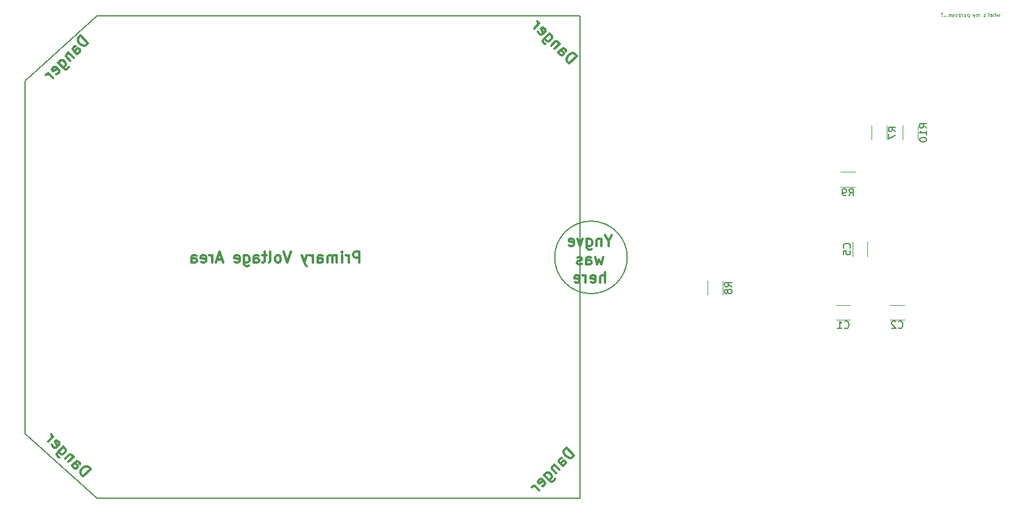
<source format=gbo>
G04 #@! TF.FileFunction,Legend,Bot*
%FSLAX46Y46*%
G04 Gerber Fmt 4.6, Leading zero omitted, Abs format (unit mm)*
G04 Created by KiCad (PCBNEW 4.0.6) date 2017 August 08, Tuesday 08:31:32*
%MOMM*%
%LPD*%
G01*
G04 APERTURE LIST*
%ADD10C,0.100000*%
%ADD11C,0.200000*%
%ADD12C,0.300000*%
%ADD13C,0.120000*%
%ADD14C,0.150000*%
G04 APERTURE END LIST*
D10*
X225242722Y-66669457D02*
X225147484Y-67002790D01*
X225052246Y-66764695D01*
X224957008Y-67002790D01*
X224861770Y-66669457D01*
X224671293Y-67002790D02*
X224671293Y-66502790D01*
X224457008Y-67002790D02*
X224457008Y-66740886D01*
X224480817Y-66693267D01*
X224528436Y-66669457D01*
X224599865Y-66669457D01*
X224647484Y-66693267D01*
X224671293Y-66717076D01*
X224004627Y-67002790D02*
X224004627Y-66740886D01*
X224028436Y-66693267D01*
X224076055Y-66669457D01*
X224171293Y-66669457D01*
X224218912Y-66693267D01*
X224004627Y-66978981D02*
X224052246Y-67002790D01*
X224171293Y-67002790D01*
X224218912Y-66978981D01*
X224242722Y-66931362D01*
X224242722Y-66883743D01*
X224218912Y-66836124D01*
X224171293Y-66812314D01*
X224052246Y-66812314D01*
X224004627Y-66788505D01*
X223837960Y-66669457D02*
X223647484Y-66669457D01*
X223766531Y-66502790D02*
X223766531Y-66931362D01*
X223742722Y-66978981D01*
X223695103Y-67002790D01*
X223647484Y-67002790D01*
X223457008Y-66502790D02*
X223504627Y-66598029D01*
X223266532Y-66978981D02*
X223218913Y-67002790D01*
X223123675Y-67002790D01*
X223076056Y-66978981D01*
X223052246Y-66931362D01*
X223052246Y-66907552D01*
X223076056Y-66859933D01*
X223123675Y-66836124D01*
X223195103Y-66836124D01*
X223242722Y-66812314D01*
X223266532Y-66764695D01*
X223266532Y-66740886D01*
X223242722Y-66693267D01*
X223195103Y-66669457D01*
X223123675Y-66669457D01*
X223076056Y-66693267D01*
X222457008Y-67002790D02*
X222457008Y-66669457D01*
X222457008Y-66717076D02*
X222433199Y-66693267D01*
X222385580Y-66669457D01*
X222314151Y-66669457D01*
X222266532Y-66693267D01*
X222242723Y-66740886D01*
X222242723Y-67002790D01*
X222242723Y-66740886D02*
X222218913Y-66693267D01*
X222171294Y-66669457D01*
X222099866Y-66669457D01*
X222052246Y-66693267D01*
X222028437Y-66740886D01*
X222028437Y-67002790D01*
X221837960Y-66669457D02*
X221718913Y-67002790D01*
X221599865Y-66669457D02*
X221718913Y-67002790D01*
X221766532Y-67121838D01*
X221790341Y-67145648D01*
X221837960Y-67169457D01*
X221028437Y-66669457D02*
X221028437Y-67169457D01*
X221028437Y-66693267D02*
X220980818Y-66669457D01*
X220885580Y-66669457D01*
X220837961Y-66693267D01*
X220814152Y-66717076D01*
X220790342Y-66764695D01*
X220790342Y-66907552D01*
X220814152Y-66955171D01*
X220837961Y-66978981D01*
X220885580Y-67002790D01*
X220980818Y-67002790D01*
X221028437Y-66978981D01*
X220361771Y-66669457D02*
X220361771Y-67002790D01*
X220576056Y-66669457D02*
X220576056Y-66931362D01*
X220552247Y-66978981D01*
X220504628Y-67002790D01*
X220433199Y-67002790D01*
X220385580Y-66978981D01*
X220361771Y-66955171D01*
X220123675Y-67002790D02*
X220123675Y-66669457D01*
X220123675Y-66764695D02*
X220099866Y-66717076D01*
X220076056Y-66693267D01*
X220028437Y-66669457D01*
X219980818Y-66669457D01*
X219814151Y-66669457D02*
X219814151Y-67169457D01*
X219814151Y-66693267D02*
X219766532Y-66669457D01*
X219671294Y-66669457D01*
X219623675Y-66693267D01*
X219599866Y-66717076D01*
X219576056Y-66764695D01*
X219576056Y-66907552D01*
X219599866Y-66955171D01*
X219623675Y-66978981D01*
X219671294Y-67002790D01*
X219766532Y-67002790D01*
X219814151Y-66978981D01*
X219290342Y-67002790D02*
X219337961Y-66978981D01*
X219361770Y-66955171D01*
X219385580Y-66907552D01*
X219385580Y-66764695D01*
X219361770Y-66717076D01*
X219337961Y-66693267D01*
X219290342Y-66669457D01*
X219218913Y-66669457D01*
X219171294Y-66693267D01*
X219147485Y-66717076D01*
X219123675Y-66764695D01*
X219123675Y-66907552D01*
X219147485Y-66955171D01*
X219171294Y-66978981D01*
X219218913Y-67002790D01*
X219290342Y-67002790D01*
X218933199Y-66978981D02*
X218885580Y-67002790D01*
X218790342Y-67002790D01*
X218742723Y-66978981D01*
X218718913Y-66931362D01*
X218718913Y-66907552D01*
X218742723Y-66859933D01*
X218790342Y-66836124D01*
X218861770Y-66836124D01*
X218909389Y-66812314D01*
X218933199Y-66764695D01*
X218933199Y-66740886D01*
X218909389Y-66693267D01*
X218861770Y-66669457D01*
X218790342Y-66669457D01*
X218742723Y-66693267D01*
X218314151Y-66978981D02*
X218361770Y-67002790D01*
X218457008Y-67002790D01*
X218504627Y-66978981D01*
X218528437Y-66931362D01*
X218528437Y-66740886D01*
X218504627Y-66693267D01*
X218457008Y-66669457D01*
X218361770Y-66669457D01*
X218314151Y-66693267D01*
X218290342Y-66740886D01*
X218290342Y-66788505D01*
X218528437Y-66836124D01*
X218076056Y-66955171D02*
X218052247Y-66978981D01*
X218076056Y-67002790D01*
X218099866Y-66978981D01*
X218076056Y-66955171D01*
X218076056Y-67002790D01*
X217837961Y-66955171D02*
X217814152Y-66978981D01*
X217837961Y-67002790D01*
X217861771Y-66978981D01*
X217837961Y-66955171D01*
X217837961Y-67002790D01*
X217599866Y-66955171D02*
X217576057Y-66978981D01*
X217599866Y-67002790D01*
X217623676Y-66978981D01*
X217599866Y-66955171D01*
X217599866Y-67002790D01*
X217290343Y-66955171D02*
X217266533Y-66978981D01*
X217290343Y-67002790D01*
X217314152Y-66978981D01*
X217290343Y-66955171D01*
X217290343Y-67002790D01*
X217385581Y-66526600D02*
X217337962Y-66502790D01*
X217218914Y-66502790D01*
X217171295Y-66526600D01*
X217147486Y-66574219D01*
X217147486Y-66621838D01*
X217171295Y-66669457D01*
X217195105Y-66693267D01*
X217242724Y-66717076D01*
X217266533Y-66740886D01*
X217290343Y-66788505D01*
X217290343Y-66812314D01*
D11*
X173596156Y-100533200D02*
G75*
G03X173596156Y-100533200I-5041756J0D01*
G01*
D12*
X170973428Y-98252286D02*
X170973428Y-98966571D01*
X171473428Y-97466571D02*
X170973428Y-98252286D01*
X170473428Y-97466571D01*
X169973428Y-97966571D02*
X169973428Y-98966571D01*
X169973428Y-98109429D02*
X169902000Y-98038000D01*
X169759142Y-97966571D01*
X169544857Y-97966571D01*
X169402000Y-98038000D01*
X169330571Y-98180857D01*
X169330571Y-98966571D01*
X167973428Y-97966571D02*
X167973428Y-99180857D01*
X168044857Y-99323714D01*
X168116285Y-99395143D01*
X168259142Y-99466571D01*
X168473428Y-99466571D01*
X168616285Y-99395143D01*
X167973428Y-98895143D02*
X168116285Y-98966571D01*
X168401999Y-98966571D01*
X168544857Y-98895143D01*
X168616285Y-98823714D01*
X168687714Y-98680857D01*
X168687714Y-98252286D01*
X168616285Y-98109429D01*
X168544857Y-98038000D01*
X168401999Y-97966571D01*
X168116285Y-97966571D01*
X167973428Y-98038000D01*
X167401999Y-97966571D02*
X167044856Y-98966571D01*
X166687714Y-97966571D01*
X165544857Y-98895143D02*
X165687714Y-98966571D01*
X165973428Y-98966571D01*
X166116285Y-98895143D01*
X166187714Y-98752286D01*
X166187714Y-98180857D01*
X166116285Y-98038000D01*
X165973428Y-97966571D01*
X165687714Y-97966571D01*
X165544857Y-98038000D01*
X165473428Y-98180857D01*
X165473428Y-98323714D01*
X166187714Y-98466571D01*
X170259143Y-100516571D02*
X169973429Y-101516571D01*
X169687715Y-100802286D01*
X169402000Y-101516571D01*
X169116286Y-100516571D01*
X167902000Y-101516571D02*
X167902000Y-100730857D01*
X167973429Y-100588000D01*
X168116286Y-100516571D01*
X168402000Y-100516571D01*
X168544857Y-100588000D01*
X167902000Y-101445143D02*
X168044857Y-101516571D01*
X168402000Y-101516571D01*
X168544857Y-101445143D01*
X168616286Y-101302286D01*
X168616286Y-101159429D01*
X168544857Y-101016571D01*
X168402000Y-100945143D01*
X168044857Y-100945143D01*
X167902000Y-100873714D01*
X167259143Y-101445143D02*
X167116286Y-101516571D01*
X166830571Y-101516571D01*
X166687714Y-101445143D01*
X166616286Y-101302286D01*
X166616286Y-101230857D01*
X166687714Y-101088000D01*
X166830571Y-101016571D01*
X167044857Y-101016571D01*
X167187714Y-100945143D01*
X167259143Y-100802286D01*
X167259143Y-100730857D01*
X167187714Y-100588000D01*
X167044857Y-100516571D01*
X166830571Y-100516571D01*
X166687714Y-100588000D01*
X170473428Y-104066571D02*
X170473428Y-102566571D01*
X169830571Y-104066571D02*
X169830571Y-103280857D01*
X169902000Y-103138000D01*
X170044857Y-103066571D01*
X170259142Y-103066571D01*
X170402000Y-103138000D01*
X170473428Y-103209429D01*
X168544857Y-103995143D02*
X168687714Y-104066571D01*
X168973428Y-104066571D01*
X169116285Y-103995143D01*
X169187714Y-103852286D01*
X169187714Y-103280857D01*
X169116285Y-103138000D01*
X168973428Y-103066571D01*
X168687714Y-103066571D01*
X168544857Y-103138000D01*
X168473428Y-103280857D01*
X168473428Y-103423714D01*
X169187714Y-103566571D01*
X167830571Y-104066571D02*
X167830571Y-103066571D01*
X167830571Y-103352286D02*
X167759143Y-103209429D01*
X167687714Y-103138000D01*
X167544857Y-103066571D01*
X167402000Y-103066571D01*
X166330572Y-103995143D02*
X166473429Y-104066571D01*
X166759143Y-104066571D01*
X166902000Y-103995143D01*
X166973429Y-103852286D01*
X166973429Y-103280857D01*
X166902000Y-103138000D01*
X166759143Y-103066571D01*
X166473429Y-103066571D01*
X166330572Y-103138000D01*
X166259143Y-103280857D01*
X166259143Y-103423714D01*
X166973429Y-103566571D01*
X98737950Y-70750695D02*
X97677289Y-69690035D01*
X97424751Y-69942573D01*
X97323737Y-70144603D01*
X97323736Y-70346634D01*
X97374244Y-70498157D01*
X97525767Y-70750696D01*
X97677289Y-70902218D01*
X97929828Y-71053741D01*
X98081351Y-71104249D01*
X98283382Y-71104248D01*
X98485411Y-71003233D01*
X98737950Y-70750695D01*
X97222721Y-72265924D02*
X96667137Y-71710340D01*
X96616630Y-71558817D01*
X96667137Y-71407294D01*
X96869167Y-71205263D01*
X97020690Y-71154756D01*
X97172214Y-72215416D02*
X97323736Y-72164908D01*
X97576274Y-71912370D01*
X97626782Y-71760848D01*
X97576275Y-71609325D01*
X97475260Y-71508310D01*
X97323736Y-71457802D01*
X97172214Y-71508310D01*
X96919675Y-71760848D01*
X96768152Y-71811355D01*
X96010538Y-72063893D02*
X96717644Y-72771000D01*
X96111553Y-72164909D02*
X96010538Y-72164908D01*
X95859014Y-72215416D01*
X95707492Y-72366939D01*
X95656985Y-72518462D01*
X95707492Y-72669985D01*
X96263076Y-73225569D01*
X94596324Y-73478107D02*
X95454954Y-74336737D01*
X95606477Y-74387244D01*
X95707492Y-74387245D01*
X95859014Y-74336737D01*
X96010538Y-74185214D01*
X96061045Y-74033691D01*
X95252924Y-74134706D02*
X95404446Y-74084198D01*
X95606476Y-73882168D01*
X95656985Y-73730645D01*
X95656984Y-73629630D01*
X95606477Y-73478107D01*
X95303431Y-73175061D01*
X95151908Y-73124554D01*
X95050893Y-73124553D01*
X94899369Y-73175061D01*
X94697339Y-73377092D01*
X94646832Y-73528615D01*
X94343786Y-75043843D02*
X94495309Y-74993335D01*
X94697339Y-74791305D01*
X94747847Y-74639783D01*
X94697340Y-74488260D01*
X94293279Y-74084198D01*
X94141755Y-74033691D01*
X93990232Y-74084198D01*
X93788202Y-74286229D01*
X93737695Y-74437752D01*
X93788202Y-74589275D01*
X93889217Y-74690290D01*
X94495309Y-74286229D01*
X93889217Y-75599427D02*
X93182110Y-74892320D01*
X93384141Y-75094351D02*
X93232619Y-75043843D01*
X93131603Y-75043843D01*
X92980080Y-75094351D01*
X92879065Y-75195366D01*
X98032305Y-130995950D02*
X99092965Y-129935289D01*
X98840427Y-129682751D01*
X98638397Y-129581737D01*
X98436366Y-129581736D01*
X98284843Y-129632244D01*
X98032304Y-129783767D01*
X97880782Y-129935289D01*
X97729259Y-130187828D01*
X97678751Y-130339351D01*
X97678752Y-130541382D01*
X97779767Y-130743411D01*
X98032305Y-130995950D01*
X96517076Y-129480721D02*
X97072660Y-128925137D01*
X97224183Y-128874630D01*
X97375706Y-128925137D01*
X97577737Y-129127167D01*
X97628244Y-129278690D01*
X96567584Y-129430214D02*
X96618092Y-129581736D01*
X96870630Y-129834274D01*
X97022152Y-129884782D01*
X97173675Y-129834275D01*
X97274690Y-129733260D01*
X97325198Y-129581736D01*
X97274690Y-129430214D01*
X97022152Y-129177675D01*
X96971645Y-129026152D01*
X96719107Y-128268538D02*
X96012000Y-128975644D01*
X96618091Y-128369553D02*
X96618092Y-128268538D01*
X96567584Y-128117014D01*
X96416061Y-127965492D01*
X96264538Y-127914985D01*
X96113015Y-127965492D01*
X95557431Y-128521076D01*
X95304893Y-126854324D02*
X94446263Y-127712954D01*
X94395756Y-127864477D01*
X94395755Y-127965492D01*
X94446263Y-128117014D01*
X94597786Y-128268538D01*
X94749309Y-128319045D01*
X94648294Y-127510924D02*
X94698802Y-127662446D01*
X94900832Y-127864476D01*
X95052355Y-127914985D01*
X95153370Y-127914984D01*
X95304893Y-127864477D01*
X95607939Y-127561431D01*
X95658446Y-127409908D01*
X95658447Y-127308893D01*
X95607939Y-127157369D01*
X95405908Y-126955339D01*
X95254385Y-126904832D01*
X93739157Y-126601786D02*
X93789665Y-126753309D01*
X93991695Y-126955339D01*
X94143217Y-127005847D01*
X94294740Y-126955340D01*
X94698802Y-126551279D01*
X94749309Y-126399755D01*
X94698802Y-126248232D01*
X94496771Y-126046202D01*
X94345248Y-125995695D01*
X94193725Y-126046202D01*
X94092710Y-126147217D01*
X94496771Y-126753309D01*
X93183573Y-126147217D02*
X93890680Y-125440110D01*
X93688649Y-125642141D02*
X93739157Y-125490619D01*
X93739157Y-125389603D01*
X93688649Y-125238080D01*
X93587634Y-125137065D01*
X166200350Y-128053095D02*
X165139689Y-126992435D01*
X164887151Y-127244973D01*
X164786137Y-127447003D01*
X164786136Y-127649034D01*
X164836644Y-127800557D01*
X164988167Y-128053096D01*
X165139689Y-128204618D01*
X165392228Y-128356141D01*
X165543751Y-128406649D01*
X165745782Y-128406648D01*
X165947811Y-128305633D01*
X166200350Y-128053095D01*
X164685121Y-129568324D02*
X164129537Y-129012740D01*
X164079030Y-128861217D01*
X164129537Y-128709694D01*
X164331567Y-128507663D01*
X164483090Y-128457156D01*
X164634614Y-129517816D02*
X164786136Y-129467308D01*
X165038674Y-129214770D01*
X165089182Y-129063248D01*
X165038675Y-128911725D01*
X164937660Y-128810710D01*
X164786136Y-128760202D01*
X164634614Y-128810710D01*
X164382075Y-129063248D01*
X164230552Y-129113755D01*
X163472938Y-129366293D02*
X164180044Y-130073400D01*
X163573953Y-129467309D02*
X163472938Y-129467308D01*
X163321414Y-129517816D01*
X163169892Y-129669339D01*
X163119385Y-129820862D01*
X163169892Y-129972385D01*
X163725476Y-130527969D01*
X162058724Y-130780507D02*
X162917354Y-131639137D01*
X163068877Y-131689644D01*
X163169892Y-131689645D01*
X163321414Y-131639137D01*
X163472938Y-131487614D01*
X163523445Y-131336091D01*
X162715324Y-131437106D02*
X162866846Y-131386598D01*
X163068876Y-131184568D01*
X163119385Y-131033045D01*
X163119384Y-130932030D01*
X163068877Y-130780507D01*
X162765831Y-130477461D01*
X162614308Y-130426954D01*
X162513293Y-130426953D01*
X162361769Y-130477461D01*
X162159739Y-130679492D01*
X162109232Y-130831015D01*
X161806186Y-132346243D02*
X161957709Y-132295735D01*
X162159739Y-132093705D01*
X162210247Y-131942183D01*
X162159740Y-131790660D01*
X161755679Y-131386598D01*
X161604155Y-131336091D01*
X161452632Y-131386598D01*
X161250602Y-131588629D01*
X161200095Y-131740152D01*
X161250602Y-131891675D01*
X161351617Y-131992690D01*
X161957709Y-131588629D01*
X161351617Y-132901827D02*
X160644510Y-132194720D01*
X160846541Y-132396751D02*
X160695019Y-132346243D01*
X160594003Y-132346243D01*
X160442480Y-132396751D01*
X160341465Y-132497766D01*
X136407656Y-101262571D02*
X136407656Y-99762571D01*
X135836228Y-99762571D01*
X135693370Y-99834000D01*
X135621942Y-99905429D01*
X135550513Y-100048286D01*
X135550513Y-100262571D01*
X135621942Y-100405429D01*
X135693370Y-100476857D01*
X135836228Y-100548286D01*
X136407656Y-100548286D01*
X134907656Y-101262571D02*
X134907656Y-100262571D01*
X134907656Y-100548286D02*
X134836228Y-100405429D01*
X134764799Y-100334000D01*
X134621942Y-100262571D01*
X134479085Y-100262571D01*
X133979085Y-101262571D02*
X133979085Y-100262571D01*
X133979085Y-99762571D02*
X134050514Y-99834000D01*
X133979085Y-99905429D01*
X133907657Y-99834000D01*
X133979085Y-99762571D01*
X133979085Y-99905429D01*
X133264799Y-101262571D02*
X133264799Y-100262571D01*
X133264799Y-100405429D02*
X133193371Y-100334000D01*
X133050513Y-100262571D01*
X132836228Y-100262571D01*
X132693371Y-100334000D01*
X132621942Y-100476857D01*
X132621942Y-101262571D01*
X132621942Y-100476857D02*
X132550513Y-100334000D01*
X132407656Y-100262571D01*
X132193371Y-100262571D01*
X132050513Y-100334000D01*
X131979085Y-100476857D01*
X131979085Y-101262571D01*
X130621942Y-101262571D02*
X130621942Y-100476857D01*
X130693371Y-100334000D01*
X130836228Y-100262571D01*
X131121942Y-100262571D01*
X131264799Y-100334000D01*
X130621942Y-101191143D02*
X130764799Y-101262571D01*
X131121942Y-101262571D01*
X131264799Y-101191143D01*
X131336228Y-101048286D01*
X131336228Y-100905429D01*
X131264799Y-100762571D01*
X131121942Y-100691143D01*
X130764799Y-100691143D01*
X130621942Y-100619714D01*
X129907656Y-101262571D02*
X129907656Y-100262571D01*
X129907656Y-100548286D02*
X129836228Y-100405429D01*
X129764799Y-100334000D01*
X129621942Y-100262571D01*
X129479085Y-100262571D01*
X129121942Y-100262571D02*
X128764799Y-101262571D01*
X128407657Y-100262571D02*
X128764799Y-101262571D01*
X128907657Y-101619714D01*
X128979085Y-101691143D01*
X129121942Y-101762571D01*
X126907657Y-99762571D02*
X126407657Y-101262571D01*
X125907657Y-99762571D01*
X125193371Y-101262571D02*
X125336229Y-101191143D01*
X125407657Y-101119714D01*
X125479086Y-100976857D01*
X125479086Y-100548286D01*
X125407657Y-100405429D01*
X125336229Y-100334000D01*
X125193371Y-100262571D01*
X124979086Y-100262571D01*
X124836229Y-100334000D01*
X124764800Y-100405429D01*
X124693371Y-100548286D01*
X124693371Y-100976857D01*
X124764800Y-101119714D01*
X124836229Y-101191143D01*
X124979086Y-101262571D01*
X125193371Y-101262571D01*
X123836228Y-101262571D02*
X123979086Y-101191143D01*
X124050514Y-101048286D01*
X124050514Y-99762571D01*
X123479086Y-100262571D02*
X122907657Y-100262571D01*
X123264800Y-99762571D02*
X123264800Y-101048286D01*
X123193372Y-101191143D01*
X123050514Y-101262571D01*
X122907657Y-101262571D01*
X121764800Y-101262571D02*
X121764800Y-100476857D01*
X121836229Y-100334000D01*
X121979086Y-100262571D01*
X122264800Y-100262571D01*
X122407657Y-100334000D01*
X121764800Y-101191143D02*
X121907657Y-101262571D01*
X122264800Y-101262571D01*
X122407657Y-101191143D01*
X122479086Y-101048286D01*
X122479086Y-100905429D01*
X122407657Y-100762571D01*
X122264800Y-100691143D01*
X121907657Y-100691143D01*
X121764800Y-100619714D01*
X120407657Y-100262571D02*
X120407657Y-101476857D01*
X120479086Y-101619714D01*
X120550514Y-101691143D01*
X120693371Y-101762571D01*
X120907657Y-101762571D01*
X121050514Y-101691143D01*
X120407657Y-101191143D02*
X120550514Y-101262571D01*
X120836228Y-101262571D01*
X120979086Y-101191143D01*
X121050514Y-101119714D01*
X121121943Y-100976857D01*
X121121943Y-100548286D01*
X121050514Y-100405429D01*
X120979086Y-100334000D01*
X120836228Y-100262571D01*
X120550514Y-100262571D01*
X120407657Y-100334000D01*
X119121943Y-101191143D02*
X119264800Y-101262571D01*
X119550514Y-101262571D01*
X119693371Y-101191143D01*
X119764800Y-101048286D01*
X119764800Y-100476857D01*
X119693371Y-100334000D01*
X119550514Y-100262571D01*
X119264800Y-100262571D01*
X119121943Y-100334000D01*
X119050514Y-100476857D01*
X119050514Y-100619714D01*
X119764800Y-100762571D01*
X117336229Y-100834000D02*
X116621943Y-100834000D01*
X117479086Y-101262571D02*
X116979086Y-99762571D01*
X116479086Y-101262571D01*
X115979086Y-101262571D02*
X115979086Y-100262571D01*
X115979086Y-100548286D02*
X115907658Y-100405429D01*
X115836229Y-100334000D01*
X115693372Y-100262571D01*
X115550515Y-100262571D01*
X114479087Y-101191143D02*
X114621944Y-101262571D01*
X114907658Y-101262571D01*
X115050515Y-101191143D01*
X115121944Y-101048286D01*
X115121944Y-100476857D01*
X115050515Y-100334000D01*
X114907658Y-100262571D01*
X114621944Y-100262571D01*
X114479087Y-100334000D01*
X114407658Y-100476857D01*
X114407658Y-100619714D01*
X115121944Y-100762571D01*
X113121944Y-101262571D02*
X113121944Y-100476857D01*
X113193373Y-100334000D01*
X113336230Y-100262571D01*
X113621944Y-100262571D01*
X113764801Y-100334000D01*
X113121944Y-101191143D02*
X113264801Y-101262571D01*
X113621944Y-101262571D01*
X113764801Y-101191143D01*
X113836230Y-101048286D01*
X113836230Y-100905429D01*
X113764801Y-100762571D01*
X113621944Y-100691143D01*
X113264801Y-100691143D01*
X113121944Y-100619714D01*
X165520105Y-73566550D02*
X166580765Y-72505889D01*
X166328227Y-72253351D01*
X166126197Y-72152337D01*
X165924166Y-72152336D01*
X165772643Y-72202844D01*
X165520104Y-72354367D01*
X165368582Y-72505889D01*
X165217059Y-72758428D01*
X165166551Y-72909951D01*
X165166552Y-73111982D01*
X165267567Y-73314011D01*
X165520105Y-73566550D01*
X164004876Y-72051321D02*
X164560460Y-71495737D01*
X164711983Y-71445230D01*
X164863506Y-71495737D01*
X165065537Y-71697767D01*
X165116044Y-71849290D01*
X164055384Y-72000814D02*
X164105892Y-72152336D01*
X164358430Y-72404874D01*
X164509952Y-72455382D01*
X164661475Y-72404875D01*
X164762490Y-72303860D01*
X164812998Y-72152336D01*
X164762490Y-72000814D01*
X164509952Y-71748275D01*
X164459445Y-71596752D01*
X164206907Y-70839138D02*
X163499800Y-71546244D01*
X164105891Y-70940153D02*
X164105892Y-70839138D01*
X164055384Y-70687614D01*
X163903861Y-70536092D01*
X163752338Y-70485585D01*
X163600815Y-70536092D01*
X163045231Y-71091676D01*
X162792693Y-69424924D02*
X161934063Y-70283554D01*
X161883556Y-70435077D01*
X161883555Y-70536092D01*
X161934063Y-70687614D01*
X162085586Y-70839138D01*
X162237109Y-70889645D01*
X162136094Y-70081524D02*
X162186602Y-70233046D01*
X162388632Y-70435076D01*
X162540155Y-70485585D01*
X162641170Y-70485584D01*
X162792693Y-70435077D01*
X163095739Y-70132031D01*
X163146246Y-69980508D01*
X163146247Y-69879493D01*
X163095739Y-69727969D01*
X162893708Y-69525939D01*
X162742185Y-69475432D01*
X161226957Y-69172386D02*
X161277465Y-69323909D01*
X161479495Y-69525939D01*
X161631017Y-69576447D01*
X161782540Y-69525940D01*
X162186602Y-69121879D01*
X162237109Y-68970355D01*
X162186602Y-68818832D01*
X161984571Y-68616802D01*
X161833048Y-68566295D01*
X161681525Y-68616802D01*
X161580510Y-68717817D01*
X161984571Y-69323909D01*
X160671373Y-68717817D02*
X161378480Y-68010710D01*
X161176449Y-68212741D02*
X161226957Y-68061219D01*
X161226957Y-67960203D01*
X161176449Y-67808680D01*
X161075434Y-67707665D01*
D11*
X167000000Y-134000000D02*
X167000000Y-67000000D01*
X167000000Y-67000000D02*
X100000000Y-67000000D01*
X100000000Y-67000000D02*
X90000000Y-76000000D01*
X90000000Y-76000000D02*
X90000000Y-125000000D01*
X90000000Y-125000000D02*
X100000000Y-134000000D01*
X100000000Y-134000000D02*
X167000000Y-134000000D01*
D13*
X204581000Y-109224000D02*
X202581000Y-109224000D01*
X202581000Y-107184000D02*
X204581000Y-107184000D01*
X212074000Y-109224000D02*
X210074000Y-109224000D01*
X210074000Y-107184000D02*
X212074000Y-107184000D01*
X204847000Y-100402900D02*
X204847000Y-98402900D01*
X206887000Y-98402900D02*
X206887000Y-100402900D01*
X207464000Y-82185000D02*
X207464000Y-84185000D01*
X209604000Y-84185000D02*
X209604000Y-82185000D01*
X184731000Y-103775000D02*
X184731000Y-105775000D01*
X186871000Y-105775000D02*
X186871000Y-103775000D01*
X205216000Y-88592000D02*
X203216000Y-88592000D01*
X203216000Y-90732000D02*
X205216000Y-90732000D01*
X211782000Y-82185000D02*
X211782000Y-84185000D01*
X213922000Y-84185000D02*
X213922000Y-82185000D01*
D14*
X203747666Y-110311143D02*
X203795285Y-110358762D01*
X203938142Y-110406381D01*
X204033380Y-110406381D01*
X204176238Y-110358762D01*
X204271476Y-110263524D01*
X204319095Y-110168286D01*
X204366714Y-109977810D01*
X204366714Y-109834952D01*
X204319095Y-109644476D01*
X204271476Y-109549238D01*
X204176238Y-109454000D01*
X204033380Y-109406381D01*
X203938142Y-109406381D01*
X203795285Y-109454000D01*
X203747666Y-109501619D01*
X202795285Y-110406381D02*
X203366714Y-110406381D01*
X203081000Y-110406381D02*
X203081000Y-109406381D01*
X203176238Y-109549238D01*
X203271476Y-109644476D01*
X203366714Y-109692095D01*
X211240666Y-110311143D02*
X211288285Y-110358762D01*
X211431142Y-110406381D01*
X211526380Y-110406381D01*
X211669238Y-110358762D01*
X211764476Y-110263524D01*
X211812095Y-110168286D01*
X211859714Y-109977810D01*
X211859714Y-109834952D01*
X211812095Y-109644476D01*
X211764476Y-109549238D01*
X211669238Y-109454000D01*
X211526380Y-109406381D01*
X211431142Y-109406381D01*
X211288285Y-109454000D01*
X211240666Y-109501619D01*
X210859714Y-109501619D02*
X210812095Y-109454000D01*
X210716857Y-109406381D01*
X210478761Y-109406381D01*
X210383523Y-109454000D01*
X210335904Y-109501619D01*
X210288285Y-109596857D01*
X210288285Y-109692095D01*
X210335904Y-109834952D01*
X210907333Y-110406381D01*
X210288285Y-110406381D01*
X204474143Y-99236234D02*
X204521762Y-99188615D01*
X204569381Y-99045758D01*
X204569381Y-98950520D01*
X204521762Y-98807662D01*
X204426524Y-98712424D01*
X204331286Y-98664805D01*
X204140810Y-98617186D01*
X203997952Y-98617186D01*
X203807476Y-98664805D01*
X203712238Y-98712424D01*
X203617000Y-98807662D01*
X203569381Y-98950520D01*
X203569381Y-99045758D01*
X203617000Y-99188615D01*
X203664619Y-99236234D01*
X203569381Y-100140996D02*
X203569381Y-99664805D01*
X204045571Y-99617186D01*
X203997952Y-99664805D01*
X203950333Y-99760043D01*
X203950333Y-99998139D01*
X203997952Y-100093377D01*
X204045571Y-100140996D01*
X204140810Y-100188615D01*
X204378905Y-100188615D01*
X204474143Y-100140996D01*
X204521762Y-100093377D01*
X204569381Y-99998139D01*
X204569381Y-99760043D01*
X204521762Y-99664805D01*
X204474143Y-99617186D01*
X210836381Y-83018334D02*
X210360190Y-82685000D01*
X210836381Y-82446905D02*
X209836381Y-82446905D01*
X209836381Y-82827858D01*
X209884000Y-82923096D01*
X209931619Y-82970715D01*
X210026857Y-83018334D01*
X210169714Y-83018334D01*
X210264952Y-82970715D01*
X210312571Y-82923096D01*
X210360190Y-82827858D01*
X210360190Y-82446905D01*
X209836381Y-83351667D02*
X209836381Y-84018334D01*
X210836381Y-83589762D01*
X188103381Y-104608334D02*
X187627190Y-104275000D01*
X188103381Y-104036905D02*
X187103381Y-104036905D01*
X187103381Y-104417858D01*
X187151000Y-104513096D01*
X187198619Y-104560715D01*
X187293857Y-104608334D01*
X187436714Y-104608334D01*
X187531952Y-104560715D01*
X187579571Y-104513096D01*
X187627190Y-104417858D01*
X187627190Y-104036905D01*
X187531952Y-105179762D02*
X187484333Y-105084524D01*
X187436714Y-105036905D01*
X187341476Y-104989286D01*
X187293857Y-104989286D01*
X187198619Y-105036905D01*
X187151000Y-105084524D01*
X187103381Y-105179762D01*
X187103381Y-105370239D01*
X187151000Y-105465477D01*
X187198619Y-105513096D01*
X187293857Y-105560715D01*
X187341476Y-105560715D01*
X187436714Y-105513096D01*
X187484333Y-105465477D01*
X187531952Y-105370239D01*
X187531952Y-105179762D01*
X187579571Y-105084524D01*
X187627190Y-105036905D01*
X187722429Y-104989286D01*
X187912905Y-104989286D01*
X188008143Y-105036905D01*
X188055762Y-105084524D01*
X188103381Y-105179762D01*
X188103381Y-105370239D01*
X188055762Y-105465477D01*
X188008143Y-105513096D01*
X187912905Y-105560715D01*
X187722429Y-105560715D01*
X187627190Y-105513096D01*
X187579571Y-105465477D01*
X187531952Y-105370239D01*
X204382666Y-91964381D02*
X204716000Y-91488190D01*
X204954095Y-91964381D02*
X204954095Y-90964381D01*
X204573142Y-90964381D01*
X204477904Y-91012000D01*
X204430285Y-91059619D01*
X204382666Y-91154857D01*
X204382666Y-91297714D01*
X204430285Y-91392952D01*
X204477904Y-91440571D01*
X204573142Y-91488190D01*
X204954095Y-91488190D01*
X203906476Y-91964381D02*
X203716000Y-91964381D01*
X203620761Y-91916762D01*
X203573142Y-91869143D01*
X203477904Y-91726286D01*
X203430285Y-91535810D01*
X203430285Y-91154857D01*
X203477904Y-91059619D01*
X203525523Y-91012000D01*
X203620761Y-90964381D01*
X203811238Y-90964381D01*
X203906476Y-91012000D01*
X203954095Y-91059619D01*
X204001714Y-91154857D01*
X204001714Y-91392952D01*
X203954095Y-91488190D01*
X203906476Y-91535810D01*
X203811238Y-91583429D01*
X203620761Y-91583429D01*
X203525523Y-91535810D01*
X203477904Y-91488190D01*
X203430285Y-91392952D01*
X215154381Y-82542143D02*
X214678190Y-82208809D01*
X215154381Y-81970714D02*
X214154381Y-81970714D01*
X214154381Y-82351667D01*
X214202000Y-82446905D01*
X214249619Y-82494524D01*
X214344857Y-82542143D01*
X214487714Y-82542143D01*
X214582952Y-82494524D01*
X214630571Y-82446905D01*
X214678190Y-82351667D01*
X214678190Y-81970714D01*
X215154381Y-83494524D02*
X215154381Y-82923095D01*
X215154381Y-83208809D02*
X214154381Y-83208809D01*
X214297238Y-83113571D01*
X214392476Y-83018333D01*
X214440095Y-82923095D01*
X214154381Y-84113571D02*
X214154381Y-84208810D01*
X214202000Y-84304048D01*
X214249619Y-84351667D01*
X214344857Y-84399286D01*
X214535333Y-84446905D01*
X214773429Y-84446905D01*
X214963905Y-84399286D01*
X215059143Y-84351667D01*
X215106762Y-84304048D01*
X215154381Y-84208810D01*
X215154381Y-84113571D01*
X215106762Y-84018333D01*
X215059143Y-83970714D01*
X214963905Y-83923095D01*
X214773429Y-83875476D01*
X214535333Y-83875476D01*
X214344857Y-83923095D01*
X214249619Y-83970714D01*
X214202000Y-84018333D01*
X214154381Y-84113571D01*
M02*

</source>
